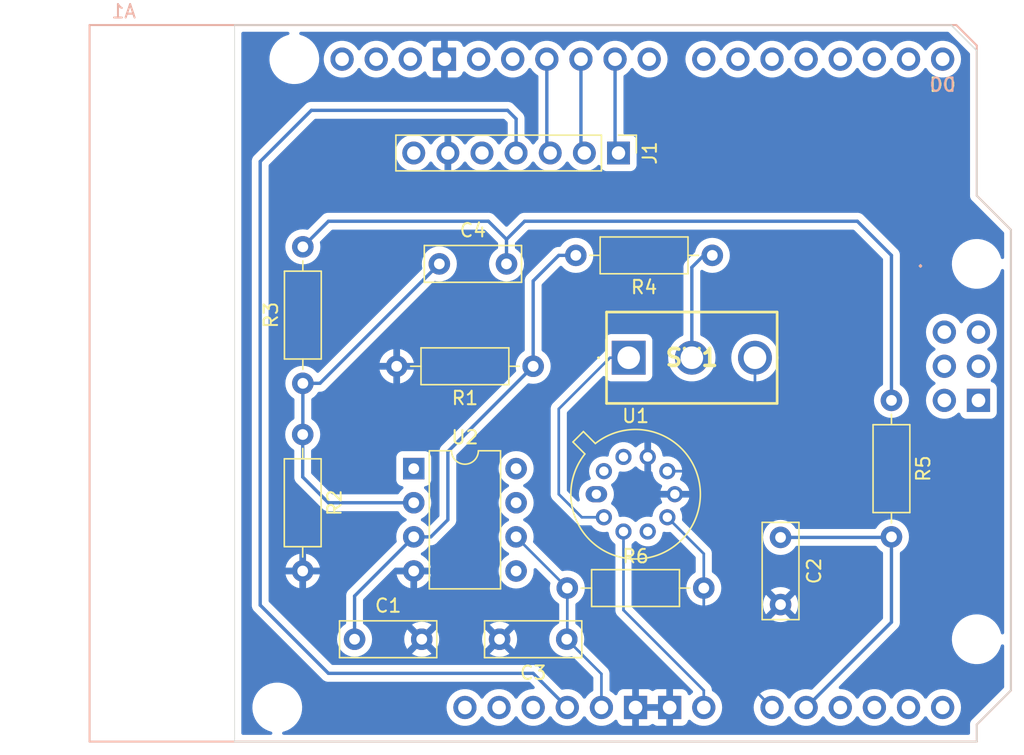
<source format=kicad_pcb>
(kicad_pcb (version 20221018) (generator pcbnew)
  (layers (0 "F.Cu" signal) (31 "B.Cu" signal) (34 "B.Paste" user) (35 "F.Paste" user) (36 "B.SilkS" user "B.Silkscreen") (37 "F.SilkS" user "F.Silkscreen") (38 "B.Mask" user) (39 "F.Mask" user) (44 "Edge.Cuts" user))
  (net 0 "")
  (net 1 "+3.3V")
  (net 2 "+5V")
  (net 5 "ADC1")
  (net 6 "ADC2")
  (net 20 "TX")
  (net 21 "RX")
  (net 22 "RST")
  (net 24 "GND")
  (net 34 "+12V")
  (net 35 "Net-(U2-IN+)")
  (net 36 "Net-(U2-IN-)")
  (net 37 "Net-(U2-OUT)")
  (net 40 "Net-(SW1-B)")
  (net 41 "GAS2")
  (net 42 "GAS1")
  (footprint "Package_TO_SOT_THT:TO-5-10" (layer "F.Cu") (at 66.3 51.435)
    (fp_text reference "U1" (at 2.92 -5.82) (layer "F.SilkS"))
    (fp_text value "~")
    (fp_line (start -1.745856 -3.888039) (end -0.854902 -2.997084) (stroke (width 0.12)) (layer "F.SilkS"))
    (fp_line (start -0.968039 -4.665856) (end -1.745856 -3.888039) (stroke (width 0.12)) (layer "F.SilkS"))
    (fp_line (start -0.077084 -3.774902) (end -0.968039 -4.665856) (stroke (width 0.12)) (layer "F.SilkS"))
    (fp_arc (start -0.077084 -3.774902) (mid 6.328125 3.408384) (end -0.854674 -2.997371) (stroke (width 0.12)) (layer "F.SilkS"))
    (pad "1" thru_hole oval (at 0 0) (size 1.6 1.2) (drill 0.7) (layers "*.Cu" "*.Mask") (net 6 "ADC2"))
    (pad "2" thru_hole oval (at 0.55767 1.716333) (size 1.2 1.2) (drill 0.7) (layers "*.Cu" "*.Mask") (net 42 "GAS1"))
    (pad "3" thru_hole oval (at 2.01767 2.777085) (size 1.2 1.2) (drill 0.7) (layers "*.Cu" "*.Mask") (net 34 "+12V"))
    (pad "4" thru_hole oval (at 3.82233 2.777085) (size 1.2 1.2) (drill 0.7) (layers "*.Cu" "*.Mask") (net 2 "+5V"))
    (pad "5" thru_hole oval (at 5.28233 1.716333) (size 1.2 1.2) (drill 0.7) (layers "*.Cu" "*.Mask") (net 6 "ADC2"))
    (pad "6" thru_hole oval (at 5.84 0) (size 1.2 1.2) (drill 0.7) (layers "*.Cu" "*.Mask") (net 24 "GND"))
    (pad "7" thru_hole oval (at 5.28233 -1.716333) (size 1.2 1.2) (drill 0.7) (layers "*.Cu" "*.Mask") (net 41 "GAS2"))
    (pad "8" thru_hole oval (at 3.82233 -2.777085) (size 1.2 1.2) (drill 0.7) (layers "*.Cu" "*.Mask") (net 24 "GND"))
    (pad "9" thru_hole oval (at 2.01767 -2.777085) (size 1.2 1.2) (drill 0.7) (layers "*.Cu" "*.Mask") (net 2 "+5V"))
    (pad "10" thru_hole oval (at 0.55767 -1.716333) (size 1.2 1.2) (drill 0.7) (layers "*.Cu" "*.Mask"))
  )
  (footprint "Capacitor_THT:C_Disc_D7.0mm_W2.5mm_P5.00mm" (layer "F.Cu") (at 64.095 62.23 180)
    (fp_text reference "C3" (at 2.5 -2.5) (layer "F.SilkS"))
    (fp_text value "100n")
    (fp_line (start -1.12 -1.37) (end -1.12 1.37) (stroke (width 0.12)) (layer "F.SilkS"))
    (fp_line (start -1.12 -1.37) (end 6.12 -1.37) (stroke (width 0.12)) (layer "F.SilkS"))
    (fp_line (start -1.12 1.37) (end 6.12 1.37) (stroke (width 0.12)) (layer "F.SilkS"))
    (fp_line (start 6.12 -1.37) (end 6.12 1.37) (stroke (width 0.12)) (layer "F.SilkS"))
    (pad "1" thru_hole circle (at 0 0 180) (size 1.6 1.6) (drill 0.8) (layers "*.Cu" "*.Mask") (net 2 "+5V"))
    (pad "2" thru_hole circle (at 5 0 180) (size 1.6 1.6) (drill 0.8) (layers "*.Cu" "*.Mask") (net 24 "GND"))
  )
  (footprint "Resistor_THT:R_Axial_DIN0207_L6.3mm_D2.5mm_P10.16mm_Horizontal" (layer "F.Cu") (at 44.439 46.99 -90)
    (fp_text reference "R2" (at 5.08 -2.37 90) (layer "F.SilkS"))
    (fp_text value "1k")
    (fp_line (start 1.04 0) (end 1.81 0) (stroke (width 0.12)) (layer "F.SilkS"))
    (fp_line (start 1.81 -1.37) (end 1.81 1.37) (stroke (width 0.12)) (layer "F.SilkS"))
    (fp_line (start 1.81 1.37) (end 8.35 1.37) (stroke (width 0.12)) (layer "F.SilkS"))
    (fp_line (start 8.35 -1.37) (end 1.81 -1.37) (stroke (width 0.12)) (layer "F.SilkS"))
    (fp_line (start 8.35 1.37) (end 8.35 -1.37) (stroke (width 0.12)) (layer "F.SilkS"))
    (fp_line (start 9.12 0) (end 8.35 0) (stroke (width 0.12)) (layer "F.SilkS"))
    (pad "1" thru_hole circle (at 0 0 270) (size 1.6 1.6) (drill 0.8) (layers "*.Cu" "*.Mask") (net 36 "Net-(U2-IN-)"))
    (pad "2" thru_hole oval (at 10.16 0 270) (size 1.6 1.6) (drill 0.8) (layers "*.Cu" "*.Mask") (net 24 "GND"))
  )
  (footprint "Resistor_THT:R_Axial_DIN0207_L6.3mm_D2.5mm_P10.16mm_Horizontal" (layer "F.Cu") (at 61.595 41.91 180)
    (fp_text reference "R1" (at 5.08 -2.37) (layer "F.SilkS"))
    (fp_text value "100k")
    (fp_line (start 1.04 0) (end 1.81 0) (stroke (width 0.12)) (layer "F.SilkS"))
    (fp_line (start 1.81 -1.37) (end 1.81 1.37) (stroke (width 0.12)) (layer "F.SilkS"))
    (fp_line (start 1.81 1.37) (end 8.35 1.37) (stroke (width 0.12)) (layer "F.SilkS"))
    (fp_line (start 8.35 -1.37) (end 1.81 -1.37) (stroke (width 0.12)) (layer "F.SilkS"))
    (fp_line (start 8.35 1.37) (end 8.35 -1.37) (stroke (width 0.12)) (layer "F.SilkS"))
    (fp_line (start 9.12 0) (end 8.35 0) (stroke (width 0.12)) (layer "F.SilkS"))
    (pad "1" thru_hole circle (at 0 0 180) (size 1.6 1.6) (drill 0.8) (layers "*.Cu" "*.Mask") (net 35 "Net-(U2-IN+)"))
    (pad "2" thru_hole oval (at 10.16 0 180) (size 1.6 1.6) (drill 0.8) (layers "*.Cu" "*.Mask") (net 24 "GND"))
  )
  (footprint "Resistor_THT:R_Axial_DIN0207_L6.3mm_D2.5mm_P10.16mm_Horizontal" (layer "F.Cu") (at 64.135 58.42)
    (fp_text reference "R6" (at 5.08 -2.37) (layer "F.SilkS"))
    (fp_text value "100")
    (fp_line (start 1.04 0) (end 1.81 0) (stroke (width 0.12)) (layer "F.SilkS"))
    (fp_line (start 1.81 -1.37) (end 1.81 1.37) (stroke (width 0.12)) (layer "F.SilkS"))
    (fp_line (start 1.81 1.37) (end 8.35 1.37) (stroke (width 0.12)) (layer "F.SilkS"))
    (fp_line (start 8.35 -1.37) (end 1.81 -1.37) (stroke (width 0.12)) (layer "F.SilkS"))
    (fp_line (start 8.35 1.37) (end 8.35 -1.37) (stroke (width 0.12)) (layer "F.SilkS"))
    (fp_line (start 9.12 0) (end 8.35 0) (stroke (width 0.12)) (layer "F.SilkS"))
    (pad "1" thru_hole circle (at 0 0) (size 1.6 1.6) (drill 0.8) (layers "*.Cu" "*.Mask") (net 2 "+5V"))
    (pad "2" thru_hole oval (at 10.16 0) (size 1.6 1.6) (drill 0.8) (layers "*.Cu" "*.Mask") (net 6 "ADC2"))
  )
  (footprint "Connector_PinHeader_2.54mm:PinHeader_1x07_P2.54mm_Vertical" (layer "F.Cu") (at 67.945 26.035 -90)
    (fp_text reference "J1" (at 0 -2.33 90) (layer "F.SilkS"))
    (fp_text value "Conn_01x07")
    (fp_line (start -1.33 -1.33) (end 0 -1.33) (stroke (width 0.12)) (layer "F.SilkS"))
    (fp_line (start -1.33 0) (end -1.33 -1.33) (stroke (width 0.12)) (layer "F.SilkS"))
    (fp_line (start -1.33 1.27) (end -1.33 16.57) (stroke (width 0.12)) (layer "F.SilkS"))
    (fp_line (start -1.33 1.27) (end 1.33 1.27) (stroke (width 0.12)) (layer "F.SilkS"))
    (fp_line (start -1.33 16.57) (end 1.33 16.57) (stroke (width 0.12)) (layer "F.SilkS"))
    (fp_line (start 1.33 1.27) (end 1.33 16.57) (stroke (width 0.12)) (layer "F.SilkS"))
    (pad "1" thru_hole rect (at 0 0 270) (size 1.7 1.7) (drill 1) (layers "*.Cu" "*.Mask") (net 22 "RST"))
    (pad "2" thru_hole oval (at 0 2.54 270) (size 1.7 1.7) (drill 1) (layers "*.Cu" "*.Mask") (net 20 "TX"))
    (pad "3" thru_hole oval (at 0 5.08 270) (size 1.7 1.7) (drill 1) (layers "*.Cu" "*.Mask") (net 21 "RX"))
    (pad "4" thru_hole oval (at 0 7.62 270) (size 1.7 1.7) (drill 1) (layers "*.Cu" "*.Mask") (net 1 "+3.3V"))
    (pad "5" thru_hole oval (at 0 10.16 270) (size 1.7 1.7) (drill 1) (layers "*.Cu" "*.Mask"))
    (pad "6" thru_hole oval (at 0 12.7 270) (size 1.7 1.7) (drill 1) (layers "*.Cu" "*.Mask") (net 24 "GND"))
    (pad "7" thru_hole oval (at 0 15.24 270) (size 1.7 1.7) (drill 1) (layers "*.Cu" "*.Mask"))
  )
  (footprint "Resistor_THT:R_Axial_DIN0207_L6.3mm_D2.5mm_P10.16mm_Horizontal" (layer "F.Cu") (at 74.93 33.655 180)
    (fp_text reference "R4" (at 5.08 -2.37) (layer "F.SilkS"))
    (fp_text value "10k")
    (fp_line (start 1.04 0) (end 1.81 0) (stroke (width 0.12)) (layer "F.SilkS"))
    (fp_line (start 1.81 -1.37) (end 1.81 1.37) (stroke (width 0.12)) (layer "F.SilkS"))
    (fp_line (start 1.81 1.37) (end 8.35 1.37) (stroke (width 0.12)) (layer "F.SilkS"))
    (fp_line (start 8.35 -1.37) (end 1.81 -1.37) (stroke (width 0.12)) (layer "F.SilkS"))
    (fp_line (start 8.35 1.37) (end 8.35 -1.37) (stroke (width 0.12)) (layer "F.SilkS"))
    (fp_line (start 9.12 0) (end 8.35 0) (stroke (width 0.12)) (layer "F.SilkS"))
    (pad "1" thru_hole circle (at 0 0 180) (size 1.6 1.6) (drill 0.8) (layers "*.Cu" "*.Mask") (net 40 "Net-(SW1-B)"))
    (pad "2" thru_hole oval (at 10.16 0 180) (size 1.6 1.6) (drill 0.8) (layers "*.Cu" "*.Mask") (net 35 "Net-(U2-IN+)"))
  )
  (footprint "Gas:SLW12768644AD" (layer "F.Cu") (at 68.705 41.275)
    (fp_text reference "SW1" (at 4.7 0) (layer "F.SilkS") (effects (font (size 1.27 1.27) (thickness 0.254))))
    (fp_text value "SW_SPDT" hide)
    (fp_line (start -2.3 0) (end -2.3 0) (stroke (width 0.1)) (layer "F.SilkS"))
    (fp_line (start -2.2 0) (end -2.2 0) (stroke (width 0.1)) (layer "F.SilkS"))
    (fp_line (start -1.65 -3.4) (end 11.05 -3.4) (stroke (width 0.2)) (layer "F.SilkS"))
    (fp_line (start -1.65 3.4) (end -1.65 -3.4) (stroke (width 0.2)) (layer "F.SilkS"))
    (fp_line (start 11.05 -3.4) (end 11.05 3.4) (stroke (width 0.2)) (layer "F.SilkS"))
    (fp_line (start 11.05 3.4) (end -1.65 3.4) (stroke (width 0.2)) (layer "F.SilkS"))
    (fp_arc (start -2.3 0) (mid -2.25 -0.05) (end -2.2 0) (stroke (width 0.1)) (layer "F.SilkS"))
    (fp_arc (start -2.2 0) (mid -2.25 0.05) (end -2.3 0) (stroke (width 0.1)) (layer "F.SilkS"))
    (pad "1" thru_hole rect (at 0 0) (size 2.52 2.52) (drill 1.68) (layers "*.Cu" "*.Mask") (net 42 "GAS1"))
    (pad "2" thru_hole circle (at 4.7 0) (size 2.52 2.52) (drill 1.68) (layers "*.Cu" "*.Mask") (net 40 "Net-(SW1-B)"))
    (pad "3" thru_hole circle (at 9.4 0) (size 2.52 2.52) (drill 1.68) (layers "*.Cu" "*.Mask") (net 41 "GAS2"))
  )
  (footprint "PCM_arduino-library:Arduino_Uno_R3_Shield" (layer "F.Cu") (at 28.575 69.85)
    (fp_text reference "A1" (at 2.54 -54.356) (layer "B.SilkS") (effects (justify mirror)))
    (fp_text value "Arduino_Uno_R3_Shield")
    (fp_text user "D0" (at 63.5 -48.895 unlocked) (layer "B.SilkS") (effects (justify mirror)))
    (fp_text user "." (at 61.849 -35.814) (layer "B.SilkS"))
    (fp_text user "D0" (at 63.5 -48.895 unlocked) (layer "F.SilkS"))
    (fp_text user "." (at 61.849 -35.814) (layer "F.SilkS"))
    (fp_line (start 0 -53.34) (end 0 0) (stroke (width 0.15)) (layer "B.SilkS"))
    (fp_line (start 0 -53.34) (end 64.516 -53.34) (stroke (width 0.15)) (layer "B.SilkS"))
    (fp_line (start 0 0) (end 66.04 0) (stroke (width 0.15)) (layer "B.SilkS"))
    (fp_line (start 64.516 -53.34) (end 66.04 -51.816) (stroke (width 0.15)) (layer "B.SilkS"))
    (fp_line (start 66.04 -40.64) (end 66.04 -51.816) (stroke (width 0.15)) (layer "B.SilkS"))
    (fp_line (start 66.04 -1.27) (end 68.58 -3.81) (stroke (width 0.15)) (layer "B.SilkS"))
    (fp_line (start 66.04 0) (end 66.04 -1.27) (stroke (width 0.15)) (layer "B.SilkS"))
    (fp_line (start 68.58 -38.1) (end 66.04 -40.64) (stroke (width 0.15)) (layer "B.SilkS"))
    (fp_line (start 68.58 -3.81) (end 68.58 -38.1) (stroke (width 0.15)) (layer "B.SilkS"))
    (pad "" np_thru_hole circle (at 13.97 -2.54) (size 3.2 3.2) (drill 3.2) (layers "*.Cu" "*.Mask"))
    (pad "" np_thru_hole circle (at 15.24 -50.8) (size 3.2 3.2) (drill 3.2) (layers "*.Cu" "*.Mask"))
    (pad "" thru_hole oval (at 27.94 -2.54) (size 1.7272 1.7272) (drill 1.016) (layers "*.Cu" "*.Mask"))
    (pad "" np_thru_hole circle (at 66.04 -35.56) (size 3.2 3.2) (drill 3.2) (layers "*.Cu" "*.Mask"))
    (pad "" np_thru_hole circle (at 66.04 -7.62) (size 3.2 3.2) (drill 3.2) (layers "*.Cu" "*.Mask"))
    (pad "3V3" thru_hole oval (at 35.56 -2.54) (size 1.7272 1.7272) (drill 1.016) (layers "*.Cu" "*.Mask") (net 1 "+3.3V"))
    (pad "5V1" thru_hole oval (at 38.1 -2.54) (size 1.7272 1.7272) (drill 1.016) (layers "*.Cu" "*.Mask") (net 2 "+5V"))
    (pad "5V2" thru_hole oval (at 66.167 -30.48) (size 1.7272 1.7272) (drill 1.016) (layers "*.Cu" "*.Mask"))
    (pad "A0" thru_hole oval (at 50.8 -2.54) (size 1.7272 1.7272) (drill 1.016) (layers "*.Cu" "*.Mask") (net 6 "ADC2"))
    (pad "A1" thru_hole oval (at 53.34 -2.54) (size 1.7272 1.7272) (drill 1.016) (layers "*.Cu" "*.Mask") (net 5 "ADC1"))
    (pad "A2" thru_hole oval (at 55.88 -2.54) (size 1.7272 1.7272) (drill 1.016) (layers "*.Cu" "*.Mask"))
    (pad "A3" thru_hole oval (at 58.42 -2.54) (size 1.7272 1.7272) (drill 1.016) (layers "*.Cu" "*.Mask"))
    (pad "A4" thru_hole oval (at 60.96 -2.54) (size 1.7272 1.7272) (drill 1.016) (layers "*.Cu" "*.Mask"))
    (pad "A5" thru_hole oval (at 63.5 -2.54) (size 1.7272 1.7272) (drill 1.016) (layers "*.Cu" "*.Mask"))
    (pad "AREF" thru_hole oval (at 23.876 -50.8) (size 1.7272 1.7272) (drill 1.016) (layers "*.Cu" "*.Mask"))
    (pad "D0" thru_hole oval (at 63.5 -50.8) (size 1.7272 1.7272) (drill 1.016) (layers "*.Cu" "*.Mask"))
    (pad "D1" thru_hole oval (at 60.96 -50.8) (size 1.7272 1.7272) (drill 1.016) (layers "*.Cu" "*.Mask"))
    (pad "D2" thru_hole oval (at 58.42 -50.8) (size 1.7272 1.7272) (drill 1.016) (layers "*.Cu" "*.Mask"))
    (pad "D3" thru_hole oval (at 55.88 -50.8) (size 1.7272 1.7272) (drill 1.016) (layers "*.Cu" "*.Mask"))
    (pad "D4" thru_hole oval (at 53.34 -50.8) (size 1.7272 1.7272) (drill 1.016) (layers "*.Cu" "*.Mask"))
    (pad "D5" thru_hole oval (at 50.8 -50.8) (size 1.7272 1.7272) (drill 1.016) (layers "*.Cu" "*.Mask"))
    (pad "D6" thru_hole oval (at 48.26 -50.8) (size 1.7272 1.7272) (drill 1.016) (layers "*.Cu" "*.Mask"))
    (pad "D7" thru_hole oval (at 45.72 -50.8) (size 1.7272 1.7272) (drill 1.016) (layers "*.Cu" "*.Mask"))
    (pad "D8" thru_hole oval (at 41.656 -50.8) (size 1.7272 1.7272) (drill 1.016) (layers "*.Cu" "*.Mask"))
    (pad "D9" thru_hole oval (at 39.116 -50.8) (size 1.7272 1.7272) (drill 1.016) (layers "*.Cu" "*.Mask") (net 22 "RST"))
    (pad "D10" thru_hole oval (at 36.576 -50.8) (size 1.7272 1.7272) (drill 1.016) (layers "*.Cu" "*.Mask") (net 20 "TX"))
    (pad "D11" thru_hole oval (at 34.036 -50.8) (size 1.7272 1.7272) (drill 1.016) (layers "*.Cu" "*.Mask") (net 21 "RX"))
    (pad "D12" thru_hole oval (at 31.496 -50.8) (size 1.7272 1.7272) (drill 1.016) (layers "*.Cu" "*.Mask"))
    (pad "D13" thru_hole oval (at 28.956 -50.8) (size 1.7272 1.7272) (drill 1.016) (layers "*.Cu" "*.Mask"))
    (pad "GND1" thru_hole rect (at 26.416 -50.8) (size 1.7272 1.7272) (drill 1.016) (layers "*.Cu" "*.Mask") (net 24 "GND"))
    (pad "GND2" thru_hole rect (at 40.64 -2.54) (size 1.7272 1.7272) (drill 1.016) (layers "*.Cu" "*.Mask") (net 24 "GND"))
    (pad "GND3" thru_hole rect (at 43.18 -2.54) (size 1.7272 1.7272) (drill 1.016) (layers "*.Cu" "*.Mask") (net 24 "GND"))
    (pad "GND4" thru_hole rect (at 66.167 -25.4) (size 1.7272 1.7272) (drill 1.016) (layers "*.Cu" "*.Mask"))
    (pad "IORF" thru_hole oval (at 30.48 -2.54) (size 1.7272 1.7272) (drill 1.016) (layers "*.Cu" "*.Mask"))
    (pad "MISO" thru_hole oval (at 63.627 -30.48) (size 1.7272 1.7272) (drill 1.016) (layers "*.Cu" "*.Mask"))
    (pad "MOSI" thru_hole oval (at 66.167 -27.94) (size 1.7272 1.7272) (drill 1.016) (layers "*.Cu" "*.Mask"))
    (pad "RST1" thru_hole oval (at 33.02 -2.54) (size 1.7272 1.7272) (drill 1.016) (layers "*.Cu" "*.Mask"))
    (pad "RST2" thru_hole oval (at 63.627 -25.4) (size 1.7272 1.7272) (drill 1.016) (layers "*.Cu" "*.Mask"))
    (pad "SCK" thru_hole oval (at 63.627 -27.94) (size 1.7272 1.7272) (drill 1.016) (layers "*.Cu" "*.Mask"))
    (pad "SCL" thru_hole oval (at 18.796 -50.8) (size 1.7272 1.7272) (drill 1.016) (layers "*.Cu" "*.Mask"))
    (pad "SDA" thru_hole oval (at 21.336 -50.8) (size 1.7272 1.7272) (drill 1.016) (layers "*.Cu" "*.Mask"))
    (pad "VIN" thru_hole oval (at 45.72 -2.54) (size 1.7272 1.7272) (drill 1.016) (layers "*.Cu" "*.Mask") (net 34 "+12V"))
  )
  (footprint "Capacitor_THT:C_Disc_D7.0mm_W2.5mm_P5.00mm" (layer "F.Cu") (at 48.3 62.23)
    (fp_text reference "C1" (at 2.5 -2.5) (layer "F.SilkS"))
    (fp_text value "100n")
    (fp_line (start -1.12 -1.37) (end -1.12 1.37) (stroke (width 0.12)) (layer "F.SilkS"))
    (fp_line (start -1.12 -1.37) (end 6.12 -1.37) (stroke (width 0.12)) (layer "F.SilkS"))
    (fp_line (start -1.12 1.37) (end 6.12 1.37) (stroke (width 0.12)) (layer "F.SilkS"))
    (fp_line (start 6.12 -1.37) (end 6.12 1.37) (stroke (width 0.12)) (layer "F.SilkS"))
    (pad "1" thru_hole circle (at 0 0) (size 1.6 1.6) (drill 0.8) (layers "*.Cu" "*.Mask") (net 35 "Net-(U2-IN+)"))
    (pad "2" thru_hole circle (at 5 0) (size 1.6 1.6) (drill 0.8) (layers "*.Cu" "*.Mask") (net 24 "GND"))
  )
  (footprint "Resistor_THT:R_Axial_DIN0207_L6.3mm_D2.5mm_P10.16mm_Horizontal" (layer "F.Cu") (at 44.45 43.18 90)
    (fp_text reference "R3" (at 5.08 -2.37 90) (layer "F.SilkS"))
    (fp_text value "100k")
    (fp_line (start 1.04 0) (end 1.81 0) (stroke (width 0.12)) (layer "F.SilkS"))
    (fp_line (start 1.81 -1.37) (end 1.81 1.37) (stroke (width 0.12)) (layer "F.SilkS"))
    (fp_line (start 1.81 1.37) (end 8.35 1.37) (stroke (width 0.12)) (layer "F.SilkS"))
    (fp_line (start 8.35 -1.37) (end 1.81 -1.37) (stroke (width 0.12)) (layer "F.SilkS"))
    (fp_line (start 8.35 1.37) (end 8.35 -1.37) (stroke (width 0.12)) (layer "F.SilkS"))
    (fp_line (start 9.12 0) (end 8.35 0) (stroke (width 0.12)) (layer "F.SilkS"))
    (pad "1" thru_hole circle (at 0 0 90) (size 1.6 1.6) (drill 0.8) (layers "*.Cu" "*.Mask") (net 36 "Net-(U2-IN-)"))
    (pad "2" thru_hole oval (at 10.16 0 90) (size 1.6 1.6) (drill 0.8) (layers "*.Cu" "*.Mask") (net 37 "Net-(U2-OUT)"))
  )
  (footprint "Capacitor_THT:C_Disc_D7.0mm_W2.5mm_P5.00mm" (layer "F.Cu") (at 80.01 54.65 -90)
    (fp_text reference "C2" (at 2.5 -2.5 90) (layer "F.SilkS"))
    (fp_text value "100n")
    (fp_line (start -1.12 -1.37) (end -1.12 1.37) (stroke (width 0.12)) (layer "F.SilkS"))
    (fp_line (start -1.12 -1.37) (end 6.12 -1.37) (stroke (width 0.12)) (layer "F.SilkS"))
    (fp_line (start -1.12 1.37) (end 6.12 1.37) (stroke (width 0.12)) (layer "F.SilkS"))
    (fp_line (start 6.12 -1.37) (end 6.12 1.37) (stroke (width 0.12)) (layer "F.SilkS"))
    (pad "1" thru_hole circle (at 0 0 270) (size 1.6 1.6) (drill 0.8) (layers "*.Cu" "*.Mask") (net 5 "ADC1"))
    (pad "2" thru_hole circle (at 5 0 270) (size 1.6 1.6) (drill 0.8) (layers "*.Cu" "*.Mask") (net 24 "GND"))
  )
  (footprint "Resistor_THT:R_Axial_DIN0207_L6.3mm_D2.5mm_P10.16mm_Horizontal" (layer "F.Cu") (at 88.265 44.45 -90)
    (fp_text reference "R5" (at 5.08 -2.37 90) (layer "F.SilkS"))
    (fp_text value "1k")
    (fp_line (start 1.04 0) (end 1.81 0) (stroke (width 0.12)) (layer "F.SilkS"))
    (fp_line (start 1.81 -1.37) (end 1.81 1.37) (stroke (width 0.12)) (layer "F.SilkS"))
    (fp_line (start 1.81 1.37) (end 8.35 1.37) (stroke (width 0.12)) (layer "F.SilkS"))
    (fp_line (start 8.35 -1.37) (end 1.81 -1.37) (stroke (width 0.12)) (layer "F.SilkS"))
    (fp_line (start 8.35 1.37) (end 8.35 -1.37) (stroke (width 0.12)) (layer "F.SilkS"))
    (fp_line (start 9.12 0) (end 8.35 0) (stroke (width 0.12)) (layer "F.SilkS"))
    (pad "1" thru_hole circle (at 0 0 270) (size 1.6 1.6) (drill 0.8) (layers "*.Cu" "*.Mask") (net 37 "Net-(U2-OUT)"))
    (pad "2" thru_hole oval (at 10.16 0 270) (size 1.6 1.6) (drill 0.8) (layers "*.Cu" "*.Mask") (net 5 "ADC1"))
  )
  (footprint "Capacitor_THT:C_Disc_D7.0mm_W2.5mm_P5.00mm" (layer "F.Cu") (at 54.61 34.29)
    (fp_text reference "C4" (at 2.5 -2.5) (layer "F.SilkS"))
    (fp_text value "1u")
    (fp_line (start -1.12 -1.37) (end -1.12 1.37) (stroke (width 0.12)) (layer "F.SilkS"))
    (fp_line (start -1.12 -1.37) (end 6.12 -1.37) (stroke (width 0.12)) (layer "F.SilkS"))
    (fp_line (start -1.12 1.37) (end 6.12 1.37) (stroke (width 0.12)) (layer "F.SilkS"))
    (fp_line (start 6.12 -1.37) (end 6.12 1.37) (stroke (width 0.12)) (layer "F.SilkS"))
    (pad "1" thru_hole circle (at 0 0) (size 1.6 1.6) (drill 0.8) (layers "*.Cu" "*.Mask") (net 36 "Net-(U2-IN-)"))
    (pad "2" thru_hole circle (at 5 0) (size 1.6 1.6) (drill 0.8) (layers "*.Cu" "*.Mask") (net 37 "Net-(U2-OUT)"))
  )
  (footprint "Package_DIP:DIP-8_W7.62mm" (layer "F.Cu") (at 52.705 49.53)
    (fp_text reference "U2" (at 3.81 -2.33) (layer "F.SilkS"))
    (fp_text value "~")
    (fp_line (start 1.16 -1.33) (end 1.16 8.95) (stroke (width 0.12)) (layer "F.SilkS"))
    (fp_line (start 1.16 8.95) (end 6.46 8.95) (stroke (width 0.12)) (layer "F.SilkS"))
    (fp_line (start 2.81 -1.33) (end 1.16 -1.33) (stroke (width 0.12)) (layer "F.SilkS"))
    (fp_line (start 6.46 -1.33) (end 4.81 -1.33) (stroke (width 0.12)) (layer "F.SilkS"))
    (fp_line (start 6.46 8.95) (end 6.46 -1.33) (stroke (width 0.12)) (layer "F.SilkS"))
    (fp_arc (start 4.81 -1.33) (mid 3.81 -0.33) (end 2.81 -1.33) (stroke (width 0.12)) (layer "F.SilkS"))
    (pad "1" thru_hole rect (at 0 0) (size 1.6 1.6) (drill 0.8) (layers "*.Cu" "*.Mask"))
    (pad "2" thru_hole oval (at 0 2.54) (size 1.6 1.6) (drill 0.8) (layers "*.Cu" "*.Mask") (net 36 "Net-(U2-IN-)"))
    (pad "3" thru_hole oval (at 0 5.08) (size 1.6 1.6) (drill 0.8) (layers "*.Cu" "*.Mask") (net 35 "Net-(U2-IN+)"))
    (pad "4" thru_hole oval (at 0 7.62) (size 1.6 1.6) (drill 0.8) (layers "*.Cu" "*.Mask") (net 24 "GND"))
    (pad "5" thru_hole oval (at 7.62 7.62) (size 1.6 1.6) (drill 0.8) (layers "*.Cu" "*.Mask"))
    (pad "6" thru_hole oval (at 7.62 5.08) (size 1.6 1.6) (drill 0.8) (layers "*.Cu" "*.Mask") (net 2 "+5V"))
    (pad "7" thru_hole oval (at 7.62 2.54) (size 1.6 1.6) (drill 0.8) (layers "*.Cu" "*.Mask") (net 37 "Net-(U2-OUT)"))
    (pad "8" thru_hole oval (at 7.62 0) (size 1.6 1.6) (drill 0.8) (layers "*.Cu" "*.Mask"))
  )
  (gr_line (start 92.71 16.51) (end 94.615 18.415) (stroke (width 0.1)) (layer "Edge.Cuts"))
  (gr_line (start 94.615 69.85) (end 39.37 69.85) (stroke (width 0.1)) (layer "Edge.Cuts"))
  (gr_line (start 94.615 18.415) (end 94.615 29.21) (stroke (width 0.1)) (layer "Edge.Cuts"))
  (gr_line (start 94.615 68.58) (end 94.615 69.85) (stroke (width 0.1)) (layer "Edge.Cuts"))
  (gr_line (start 97.155 31.75) (end 97.155 66.04) (stroke (width 0.1)) (layer "Edge.Cuts"))
  (gr_line (start 94.615 29.21) (end 97.155 31.75) (stroke (width 0.1)) (layer "Edge.Cuts"))
  (gr_line (start 39.37 16.51) (end 39.37 69.85) (stroke (width 0.05)) (layer "Edge.Cuts"))
  (gr_line (start 97.155 66.04) (end 94.615 68.58) (stroke (width 0.1)) (layer "Edge.Cuts"))
  (gr_line (start 39.37 16.51) (end 92.71 16.51) (stroke (width 0.1)) (layer "Edge.Cuts"))
  (segment (start 60.325 23.495) (end 59.69 22.86) (width 0.25) (layer "B.Cu") (net 1))
  (segment (start 61.595 64.77) (end 64.135 67.31) (width 0.25) (layer "B.Cu") (net 1))
  (segment (start 45.085 22.86) (end 41.275 26.67) (width 0.25) (layer "B.Cu") (net 1))
  (segment (start 60.325 26.035) (end 60.325 23.495) (width 0.25) (layer "B.Cu") (net 1))
  (segment (start 41.275 26.67) (end 41.275 59.69) (width 0.25) (layer "B.Cu") (net 1))
  (segment (start 59.69 22.86) (end 45.085 22.86) (width 0.25) (layer "B.Cu") (net 1))
  (segment (start 41.275 59.69) (end 46.355 64.77) (width 0.25) (layer "B.Cu") (net 1))
  (segment (start 46.355 64.77) (end 61.595 64.77) (width 0.25) (layer "B.Cu") (net 1))
  (segment (start 60.325 54.61) (end 64.135 58.42) (width 0.2) (layer "B.Cu") (net 2))
  (segment (start 64.135 62.19) (end 64.095 62.23) (width 0.2) (layer "B.Cu") (net 2))
  (segment (start 64.135 58.42) (end 64.135 62.19) (width 0.2) (layer "B.Cu") (net 2))
  (segment (start 64.095 62.23) (end 66.675 64.81) (width 0.2) (layer "B.Cu") (net 2))
  (segment (start 66.675 64.81) (end 66.675 67.31) (width 0.2) (layer "B.Cu") (net 2))
  (segment (start 81.915 67.31) (end 88.265 60.96) (width 0.25) (layer "B.Cu") (net 5))
  (segment (start 88.225 54.65) (end 88.265 54.61) (width 0.25) (layer "B.Cu") (net 5))
  (segment (start 88.265 60.96) (end 88.265 54.61) (width 0.25) (layer "B.Cu") (net 5))
  (segment (start 80.01 54.65) (end 88.225 54.65) (width 0.25) (layer "B.Cu") (net 5))
  (segment (start 74.295 62.23) (end 79.375 67.31) (width 0.2) (layer "B.Cu") (net 6))
  (segment (start 74.295 58.42) (end 74.295 62.23) (width 0.2) (layer "B.Cu") (net 6))
  (segment (start 74.295 55.864003) (end 71.58233 53.151333) (width 0.2) (layer "B.Cu") (net 6))
  (segment (start 74.295 58.42) (end 74.295 55.864003) (width 0.2) (layer "B.Cu") (net 6))
  (segment (start 65.151 25.781) (end 65.405 26.035) (width 0.25) (layer "B.Cu") (net 20))
  (segment (start 65.151 19.05) (end 65.151 25.781) (width 0.25) (layer "B.Cu") (net 20))
  (segment (start 62.611 19.05) (end 62.611 25.781) (width 0.25) (layer "B.Cu") (net 21))
  (segment (start 62.611 25.781) (end 62.865 26.035) (width 0.25) (layer "B.Cu") (net 21))
  (segment (start 67.691 19.05) (end 67.691 25.781) (width 0.25) (layer "B.Cu") (net 22))
  (segment (start 67.691 25.781) (end 67.945 26.035) (width 0.25) (layer "B.Cu") (net 22))
  (segment (start 74.295 66.04) (end 68.31767 60.06267) (width 0.2) (layer "B.Cu") (net 34))
  (segment (start 74.295 67.31) (end 74.295 66.04) (width 0.2) (layer "B.Cu") (net 34))
  (segment (start 68.31767 60.06267) (end 68.31767 54.212085) (width 0.2) (layer "B.Cu") (net 34))
  (segment (start 53.975 54.61) (end 55.245 53.34) (width 0.25) (layer "B.Cu") (net 35))
  (segment (start 48.3 59.015) (end 52.705 54.61) (width 0.25) (layer "B.Cu") (net 35))
  (segment (start 63.5 33.655) (end 61.595 35.56) (width 0.25) (layer "B.Cu") (net 35))
  (segment (start 52.705 54.61) (end 53.975 54.61) (width 0.25) (layer "B.Cu") (net 35))
  (segment (start 48.3 62.23) (end 48.3 59.015) (width 0.25) (layer "B.Cu") (net 35))
  (segment (start 61.595 35.56) (end 61.595 41.91) (width 0.25) (layer "B.Cu") (net 35))
  (segment (start 55.245 53.34) (end 55.245 48.26) (width 0.25) (layer "B.Cu") (net 35))
  (segment (start 55.245 48.26) (end 61.595 41.91) (width 0.25) (layer "B.Cu") (net 35))
  (segment (start 64.77 33.655) (end 63.5 33.655) (width 0.25) (layer "B.Cu") (net 35))
  (segment (start 46.355 52.07) (end 52.705 52.07) (width 0.25) (layer "B.Cu") (net 36))
  (segment (start 45.72 43.18) (end 54.61 34.29) (width 0.25) (layer "B.Cu") (net 36))
  (segment (start 44.45 43.18) (end 44.45 46.979) (width 0.25) (layer "B.Cu") (net 36))
  (segment (start 44.45 46.979) (end 44.439 46.99) (width 0.25) (layer "B.Cu") (net 36))
  (segment (start 44.439 50.154) (end 46.355 52.07) (width 0.25) (layer "B.Cu") (net 36))
  (segment (start 44.439 46.99) (end 44.439 50.154) (width 0.25) (layer "B.Cu") (net 36))
  (segment (start 44.45 43.18) (end 45.72 43.18) (width 0.25) (layer "B.Cu") (net 36))
  (segment (start 85.725 31.115) (end 60.96 31.115) (width 0.25) (layer "B.Cu") (net 37))
  (segment (start 60.96 31.115) (end 59.61 32.465) (width 0.25) (layer "B.Cu") (net 37))
  (segment (start 88.265 44.45) (end 88.265 33.655) (width 0.25) (layer "B.Cu") (net 37))
  (segment (start 46.355 31.115) (end 44.45 33.02) (width 0.25) (layer "B.Cu") (net 37))
  (segment (start 88.265 33.655) (end 85.725 31.115) (width 0.25) (layer "B.Cu") (net 37))
  (segment (start 58.26 31.115) (end 46.355 31.115) (width 0.25) (layer "B.Cu") (net 37))
  (segment (start 59.61 34.29) (end 59.61 32.465) (width 0.25) (layer "B.Cu") (net 37))
  (segment (start 59.61 32.465) (end 58.26 31.115) (width 0.25) (layer "B.Cu") (net 37))
  (segment (start 74.295 33.655) (end 73.405 34.545) (width 0.25) (layer "B.Cu") (net 40))
  (segment (start 74.93 33.655) (end 74.295 33.655) (width 0.25) (layer "B.Cu") (net 40))
  (segment (start 73.405 34.545) (end 73.405 41.275) (width 0.25) (layer "B.Cu") (net 40))
  (segment (start 71.58233 49.718667) (end 76.646333 49.718667) (width 0.2) (layer "B.Cu") (net 41))
  (segment (start 78.105 48.26) (end 78.105 41.275) (width 0.2) (layer "B.Cu") (net 41))
  (segment (start 76.646333 49.718667) (end 78.105 48.26) (width 0.2) (layer "B.Cu") (net 41))
  (segment (start 63.5 51.435) (end 63.5 45.085) (width 0.2) (layer "B.Cu") (net 42))
  (segment (start 63.5 45.085) (end 67.31 41.275) (width 0.2) (layer "B.Cu") (net 42))
  (segment (start 66.85767 53.151333) (end 65.216333 53.151333) (width 0.2) (layer "B.Cu") (net 42))
  (segment (start 65.216333 53.151333) (end 63.5 51.435) (width 0.2) (layer "B.Cu") (net 42))
  (segment (start 67.31 41.275) (end 68.705 41.275) (width 0.2) (layer "B.Cu") (net 42))
  (zone (net 24) (net_name "GND") (layer "B.Cu") (connect_pads (clearance 0.5)) (min_thickness 0.25) (fill yes (thermal_gap 0.5) (thermal_bridge_width 0.5))
    (polygon (pts (xy 39.37 16.51) (xy 92.71 16.51) (xy 94.615 18.415) (xy 94.615 29.21) (xy 97.155 31.75) (xy 97.155 66.04) (xy 94.615 68.58) (xy 94.615 69.85) (xy 39.37 69.85)))
  )
)
</source>
